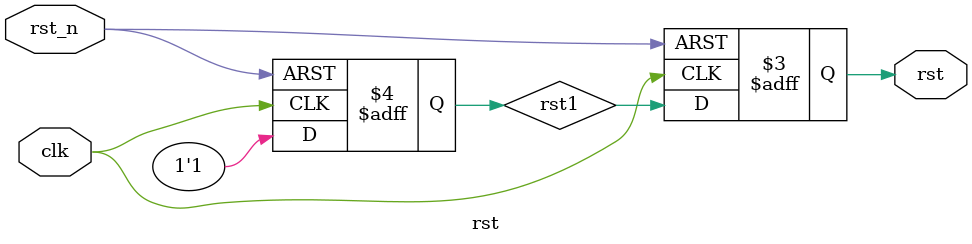
<source format=v>
`timescale 1ns/1ns
/*Ä£¿éËµÃ÷
rst rst_u(
    //global clock
    . clk(clk),
    . rst_n(rst_n),

    //user interface
    . rst(rst)
);
*/
module rst (
    //global clock
    input clk,
    input rst_n,

    //user interface
    output reg rst
);
reg rst1;
//
always  @(posedge clk or negedge rst_n)begin
    if(!rst_n)begin
        rst1 <= 0;
        rst  <= 0;
    end
    else begin
        rst1 <= 1;
        rst  <= rst1;
    end  
end
    
endmodule
</source>
